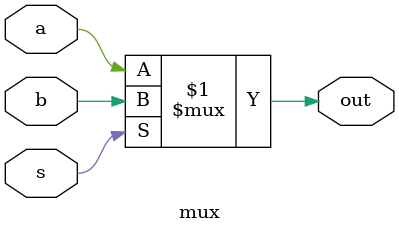
<source format=v>
module mux(a,b,s,out);
input a,b,s;
output out;
assign out=s?b:a;
endmodule

</source>
